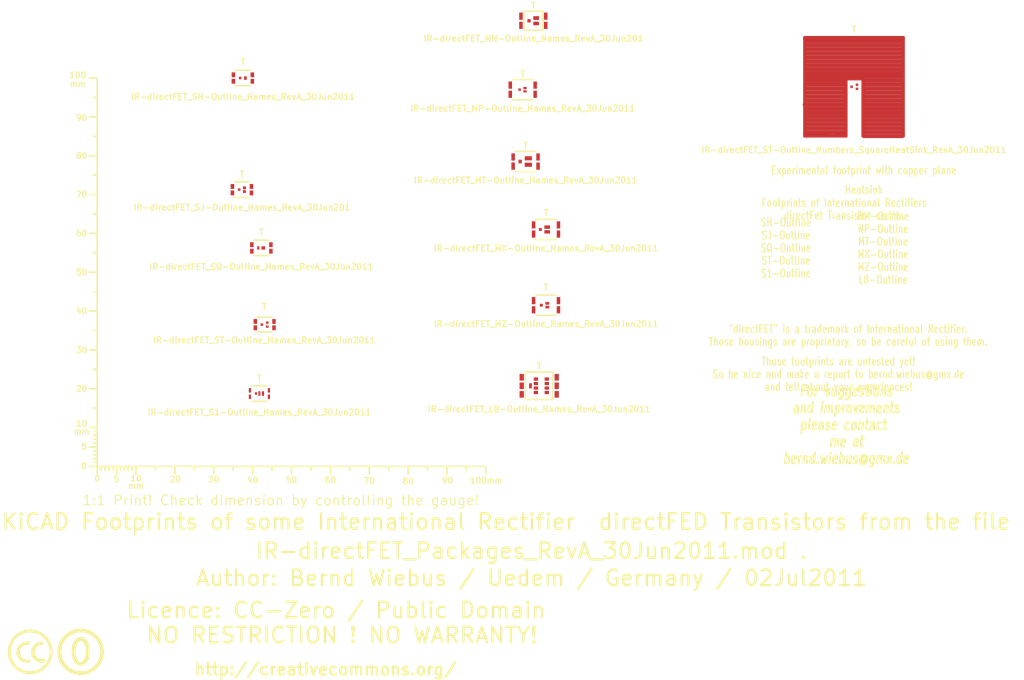
<source format=kicad_pcb>
(kicad_pcb (version 3) (host pcbnew "(2013-03-30 BZR 4007)-stable")

  (general
    (links 0)
    (no_connects 0)
    (area -12.40696 21.41238 289.553066 198.1694)
    (thickness 1.6002)
    (drawings 14)
    (tracks 0)
    (zones 0)
    (modules 15)
    (nets 1)
  )

  (page A4)
  (layers
    (15 Vorderseite signal)
    (0 Rückseite signal)
    (16 B.Adhes user)
    (17 F.Adhes user)
    (18 B.Paste user)
    (19 F.Paste user)
    (20 B.SilkS user)
    (21 F.SilkS user)
    (22 B.Mask user)
    (23 F.Mask user)
    (24 Dwgs.User user)
    (25 Cmts.User user)
    (26 Eco1.User user)
    (27 Eco2.User user)
    (28 Edge.Cuts user)
  )

  (setup
    (last_trace_width 0.2032)
    (trace_clearance 0.254)
    (zone_clearance 0.508)
    (zone_45_only no)
    (trace_min 0.2032)
    (segment_width 0.381)
    (edge_width 0.381)
    (via_size 0.889)
    (via_drill 0.635)
    (via_min_size 0.889)
    (via_min_drill 0.508)
    (uvia_size 0.508)
    (uvia_drill 0.127)
    (uvias_allowed no)
    (uvia_min_size 0.508)
    (uvia_min_drill 0.127)
    (pcb_text_width 0.3048)
    (pcb_text_size 1.524 2.032)
    (mod_edge_width 0.381)
    (mod_text_size 1.524 1.524)
    (mod_text_width 0.3048)
    (pad_size 1.524 1.524)
    (pad_drill 0.8128)
    (pad_to_mask_clearance 0.254)
    (aux_axis_origin 0 0)
    (visible_elements 7FFFFFFF)
    (pcbplotparams
      (layerselection 3178497)
      (usegerberextensions true)
      (excludeedgelayer true)
      (linewidth 60)
      (plotframeref false)
      (viasonmask false)
      (mode 1)
      (useauxorigin false)
      (hpglpennumber 1)
      (hpglpenspeed 20)
      (hpglpendiameter 15)
      (hpglpenoverlay 0)
      (psnegative false)
      (psa4output false)
      (plotreference true)
      (plotvalue true)
      (plotothertext true)
      (plotinvisibletext false)
      (padsonsilk false)
      (subtractmaskfromsilk false)
      (outputformat 1)
      (mirror false)
      (drillshape 1)
      (scaleselection 1)
      (outputdirectory ""))
  )

  (net 0 "")

  (net_class Default "Dies ist die voreingestellte Netzklasse."
    (clearance 0.254)
    (trace_width 0.2032)
    (via_dia 0.889)
    (via_drill 0.635)
    (uvia_dia 0.508)
    (uvia_drill 0.127)
    (add_net "")
  )

  (module Gauge_100mm_Type2_SilkScreenTop_RevA_Date22Jun2010 (layer Vorderseite) (tedit 4D963937) (tstamp 4D88F07A)
    (at 42.75074 141.2494)
    (descr "Gauge, Massstab, 100mm, SilkScreenTop, Type 2,")
    (tags "Gauge, Massstab, 100mm, SilkScreenTop, Type 2,")
    (path Gauge_100mm_Type2_SilkScreenTop_RevA_Date22Jun2010)
    (fp_text reference MSC (at 4.0005 8.99922) (layer F.SilkS) hide
      (effects (font (size 1.524 1.524) (thickness 0.3048)))
    )
    (fp_text value Gauge_100mm_Type2_SilkScreenTop_RevA_Date22Jun2010 (at 45.9994 8.99922) (layer F.SilkS) hide
      (effects (font (size 1.524 1.524) (thickness 0.3048)))
    )
    (fp_text user mm (at 9.99998 5.00126) (layer F.SilkS)
      (effects (font (size 1.524 1.524) (thickness 0.3048)))
    )
    (fp_text user mm (at -4.0005 -8.99922) (layer F.SilkS)
      (effects (font (size 1.524 1.524) (thickness 0.3048)))
    )
    (fp_text user mm (at -5.00126 -98.5012) (layer F.SilkS)
      (effects (font (size 1.524 1.524) (thickness 0.3048)))
    )
    (fp_text user 10 (at 10.00506 3.0988) (layer F.SilkS)
      (effects (font (size 1.50114 1.50114) (thickness 0.29972)))
    )
    (fp_text user 0 (at 0.00508 3.19786) (layer F.SilkS)
      (effects (font (size 1.39954 1.50114) (thickness 0.29972)))
    )
    (fp_text user 5 (at 5.0038 3.29946) (layer F.SilkS)
      (effects (font (size 1.50114 1.50114) (thickness 0.29972)))
    )
    (fp_text user 20 (at 20.1041 3.29946) (layer F.SilkS)
      (effects (font (size 1.50114 1.50114) (thickness 0.29972)))
    )
    (fp_text user 30 (at 30.00502 3.39852) (layer F.SilkS)
      (effects (font (size 1.50114 1.50114) (thickness 0.29972)))
    )
    (fp_text user 40 (at 40.005 3.50012) (layer F.SilkS)
      (effects (font (size 1.50114 1.50114) (thickness 0.29972)))
    )
    (fp_text user 50 (at 50.00498 3.50012) (layer F.SilkS)
      (effects (font (size 1.50114 1.50114) (thickness 0.29972)))
    )
    (fp_text user 60 (at 60.00496 3.50012) (layer F.SilkS)
      (effects (font (size 1.50114 1.50114) (thickness 0.29972)))
    )
    (fp_text user 70 (at 70.00494 3.70078) (layer F.SilkS)
      (effects (font (size 1.50114 1.50114) (thickness 0.29972)))
    )
    (fp_text user 80 (at 80.00492 3.79984) (layer F.SilkS)
      (effects (font (size 1.50114 1.50114) (thickness 0.29972)))
    )
    (fp_text user 90 (at 90.1065 3.60172) (layer F.SilkS)
      (effects (font (size 1.50114 1.50114) (thickness 0.29972)))
    )
    (fp_text user 100mm (at 100.10648 3.60172) (layer F.SilkS)
      (effects (font (size 1.50114 1.50114) (thickness 0.29972)))
    )
    (fp_line (start 0 -8.99922) (end -1.00076 -8.99922) (layer F.SilkS) (width 0.381))
    (fp_line (start 0 -8.001) (end -1.00076 -8.001) (layer F.SilkS) (width 0.381))
    (fp_line (start 0 -7.00024) (end -1.00076 -7.00024) (layer F.SilkS) (width 0.381))
    (fp_line (start 0 -5.99948) (end -1.00076 -5.99948) (layer F.SilkS) (width 0.381))
    (fp_line (start 0 -4.0005) (end -1.00076 -4.0005) (layer F.SilkS) (width 0.381))
    (fp_line (start 0 -2.99974) (end -1.00076 -2.99974) (layer F.SilkS) (width 0.381))
    (fp_line (start 0 -1.99898) (end -1.00076 -1.99898) (layer F.SilkS) (width 0.381))
    (fp_line (start 0 -1.00076) (end -1.00076 -1.00076) (layer F.SilkS) (width 0.381))
    (fp_line (start 0 0) (end -1.99898 0) (layer F.SilkS) (width 0.381))
    (fp_line (start 0 -5.00126) (end -1.99898 -5.00126) (layer F.SilkS) (width 0.381))
    (fp_line (start 0 -9.99998) (end -1.99898 -9.99998) (layer F.SilkS) (width 0.381))
    (fp_line (start 0 -15.00124) (end -1.00076 -15.00124) (layer F.SilkS) (width 0.381))
    (fp_line (start 0 -19.99996) (end -1.99898 -19.99996) (layer F.SilkS) (width 0.381))
    (fp_line (start 0 -25.00122) (end -1.00076 -25.00122) (layer F.SilkS) (width 0.381))
    (fp_line (start 0 -29.99994) (end -1.99898 -29.99994) (layer F.SilkS) (width 0.381))
    (fp_line (start 0 -35.0012) (end -1.00076 -35.0012) (layer F.SilkS) (width 0.381))
    (fp_line (start 0 -39.99992) (end -1.99898 -39.99992) (layer F.SilkS) (width 0.381))
    (fp_line (start 0 -45.00118) (end -1.00076 -45.00118) (layer F.SilkS) (width 0.381))
    (fp_line (start 0 -49.9999) (end -1.99898 -49.9999) (layer F.SilkS) (width 0.381))
    (fp_line (start 0 -55.00116) (end -1.00076 -55.00116) (layer F.SilkS) (width 0.381))
    (fp_line (start 0 -59.99988) (end -1.99898 -59.99988) (layer F.SilkS) (width 0.381))
    (fp_line (start 0 -65.00114) (end -1.00076 -65.00114) (layer F.SilkS) (width 0.381))
    (fp_line (start 0 -69.99986) (end -1.99898 -69.99986) (layer F.SilkS) (width 0.381))
    (fp_line (start 0 -75.00112) (end -1.00076 -75.00112) (layer F.SilkS) (width 0.381))
    (fp_line (start 0 -79.99984) (end -1.99898 -79.99984) (layer F.SilkS) (width 0.381))
    (fp_line (start 0 -85.0011) (end -1.00076 -85.0011) (layer F.SilkS) (width 0.381))
    (fp_line (start 0 -89.99982) (end -1.99898 -89.99982) (layer F.SilkS) (width 0.381))
    (fp_line (start 0 -95.00108) (end -1.00076 -95.00108) (layer F.SilkS) (width 0.381))
    (fp_line (start 0 0) (end 0 -99.9998) (layer F.SilkS) (width 0.381))
    (fp_line (start 0 -99.9998) (end -1.99898 -99.9998) (layer F.SilkS) (width 0.381))
    (fp_text user 100 (at -4.99872 -100.7491) (layer F.SilkS)
      (effects (font (size 1.50114 1.50114) (thickness 0.29972)))
    )
    (fp_text user 90 (at -4.0005 -89.7509) (layer F.SilkS)
      (effects (font (size 1.50114 1.50114) (thickness 0.29972)))
    )
    (fp_text user 80 (at -4.0005 -79.99984) (layer F.SilkS)
      (effects (font (size 1.50114 1.50114) (thickness 0.29972)))
    )
    (fp_text user 70 (at -4.0005 -69.99986) (layer F.SilkS)
      (effects (font (size 1.50114 1.50114) (thickness 0.29972)))
    )
    (fp_text user 60 (at -4.0005 -59.99988) (layer F.SilkS)
      (effects (font (size 1.50114 1.50114) (thickness 0.29972)))
    )
    (fp_text user 50 (at -4.0005 -49.9999) (layer F.SilkS)
      (effects (font (size 1.50114 1.50114) (thickness 0.34036)))
    )
    (fp_text user 40 (at -4.0005 -39.99992) (layer F.SilkS)
      (effects (font (size 1.50114 1.50114) (thickness 0.29972)))
    )
    (fp_text user 30 (at -4.0005 -29.99994) (layer F.SilkS)
      (effects (font (size 1.50114 1.50114) (thickness 0.29972)))
    )
    (fp_text user 20 (at -4.0005 -19.99996) (layer F.SilkS)
      (effects (font (size 1.50114 1.50114) (thickness 0.29972)))
    )
    (fp_line (start 95.00108 0) (end 95.00108 1.00076) (layer F.SilkS) (width 0.381))
    (fp_line (start 89.99982 0) (end 89.99982 1.99898) (layer F.SilkS) (width 0.381))
    (fp_line (start 85.0011 0) (end 85.0011 1.00076) (layer F.SilkS) (width 0.381))
    (fp_line (start 79.99984 0) (end 79.99984 1.99898) (layer F.SilkS) (width 0.381))
    (fp_line (start 75.00112 0) (end 75.00112 1.00076) (layer F.SilkS) (width 0.381))
    (fp_line (start 69.99986 0) (end 69.99986 1.99898) (layer F.SilkS) (width 0.381))
    (fp_line (start 65.00114 0) (end 65.00114 1.00076) (layer F.SilkS) (width 0.381))
    (fp_line (start 59.99988 0) (end 59.99988 1.99898) (layer F.SilkS) (width 0.381))
    (fp_line (start 55.00116 0) (end 55.00116 1.00076) (layer F.SilkS) (width 0.381))
    (fp_line (start 49.9999 0) (end 49.9999 1.99898) (layer F.SilkS) (width 0.381))
    (fp_line (start 45.00118 0) (end 45.00118 1.00076) (layer F.SilkS) (width 0.381))
    (fp_line (start 39.99992 0) (end 39.99992 1.99898) (layer F.SilkS) (width 0.381))
    (fp_line (start 35.0012 0) (end 35.0012 1.00076) (layer F.SilkS) (width 0.381))
    (fp_line (start 29.99994 0) (end 29.99994 1.99898) (layer F.SilkS) (width 0.381))
    (fp_line (start 25.00122 0) (end 25.00122 1.00076) (layer F.SilkS) (width 0.381))
    (fp_line (start 19.99996 0) (end 19.99996 1.99898) (layer F.SilkS) (width 0.381))
    (fp_line (start 15.00124 0) (end 15.00124 1.00076) (layer F.SilkS) (width 0.381))
    (fp_line (start 9.99998 0) (end 99.9998 0) (layer F.SilkS) (width 0.381))
    (fp_line (start 99.9998 0) (end 99.9998 1.99898) (layer F.SilkS) (width 0.381))
    (fp_text user 5 (at -3.302 -5.10286) (layer F.SilkS)
      (effects (font (size 1.50114 1.50114) (thickness 0.29972)))
    )
    (fp_text user 0 (at -3.4036 -0.10414) (layer F.SilkS)
      (effects (font (size 1.50114 1.50114) (thickness 0.29972)))
    )
    (fp_text user 10 (at -4.0005 -11.00074) (layer F.SilkS)
      (effects (font (size 1.50114 1.50114) (thickness 0.29972)))
    )
    (fp_line (start 8.99922 0) (end 8.99922 1.00076) (layer F.SilkS) (width 0.381))
    (fp_line (start 8.001 0) (end 8.001 1.00076) (layer F.SilkS) (width 0.381))
    (fp_line (start 7.00024 0) (end 7.00024 1.00076) (layer F.SilkS) (width 0.381))
    (fp_line (start 5.99948 0) (end 5.99948 1.00076) (layer F.SilkS) (width 0.381))
    (fp_line (start 4.0005 0) (end 4.0005 1.00076) (layer F.SilkS) (width 0.381))
    (fp_line (start 2.99974 0) (end 2.99974 1.00076) (layer F.SilkS) (width 0.381))
    (fp_line (start 1.99898 0) (end 1.99898 1.00076) (layer F.SilkS) (width 0.381))
    (fp_line (start 1.00076 0) (end 1.00076 1.00076) (layer F.SilkS) (width 0.381))
    (fp_line (start 5.00126 0) (end 5.00126 1.99898) (layer F.SilkS) (width 0.381))
    (fp_line (start 0 0) (end 0 1.99898) (layer F.SilkS) (width 0.381))
    (fp_line (start 0 0) (end 9.99998 0) (layer F.SilkS) (width 0.381))
    (fp_line (start 9.99998 0) (end 9.99998 1.99898) (layer F.SilkS) (width 0.381))
  )

  (module Symbol_CC-PublicDomain_SilkScreenTop_Big (layer Vorderseite) (tedit 515D641F) (tstamp 515F0B64)
    (at 38.5 189)
    (descr "Symbol, CC-PublicDomain, SilkScreen Top, Big,")
    (tags "Symbol, CC-PublicDomain, SilkScreen Top, Big,")
    (path Symbol_CC-Noncommercial_CopperTop_Big)
    (fp_text reference Sym (at 0.59944 -7.29996) (layer F.SilkS) hide
      (effects (font (size 1.524 1.524) (thickness 0.3048)))
    )
    (fp_text value Symbol_CC-PublicDomain_SilkScreenTop_Big (at 0.59944 8.001) (layer F.SilkS) hide
      (effects (font (size 1.524 1.524) (thickness 0.3048)))
    )
    (fp_circle (center 0 0) (end 5.8 -0.05) (layer F.SilkS) (width 0.381))
    (fp_circle (center 0 0) (end 5.5 0) (layer F.SilkS) (width 0.381))
    (fp_circle (center 0.05 0) (end 5.25 0) (layer F.SilkS) (width 0.381))
    (fp_line (start 1.1 -2.5) (end 1.4 -1.9) (layer F.SilkS) (width 0.381))
    (fp_line (start -1.8 1.2) (end -1.6 1.9) (layer F.SilkS) (width 0.381))
    (fp_line (start -1.6 1.9) (end -1.2 2.5) (layer F.SilkS) (width 0.381))
    (fp_line (start 0 -3) (end 0.75 -2.75) (layer F.SilkS) (width 0.381))
    (fp_line (start 0.75 -2.75) (end 1 -2.25) (layer F.SilkS) (width 0.381))
    (fp_line (start 1 -2.25) (end 1.5 -1) (layer F.SilkS) (width 0.381))
    (fp_line (start 1.5 -1) (end 1.5 -0.5) (layer F.SilkS) (width 0.381))
    (fp_line (start 1.5 -0.5) (end 1.5 0.5) (layer F.SilkS) (width 0.381))
    (fp_line (start 1.5 0.5) (end 1.25 1.5) (layer F.SilkS) (width 0.381))
    (fp_line (start 1.25 1.5) (end 0.75 2.5) (layer F.SilkS) (width 0.381))
    (fp_line (start 0.75 2.5) (end 0.25 2.75) (layer F.SilkS) (width 0.381))
    (fp_line (start 0.25 2.75) (end -0.25 2.75) (layer F.SilkS) (width 0.381))
    (fp_line (start -0.25 2.75) (end -0.75 2.5) (layer F.SilkS) (width 0.381))
    (fp_line (start -0.75 2.5) (end -1.25 1.75) (layer F.SilkS) (width 0.381))
    (fp_line (start -1.25 1.75) (end -1.5 0.75) (layer F.SilkS) (width 0.381))
    (fp_line (start -1.5 0.75) (end -1.5 -0.75) (layer F.SilkS) (width 0.381))
    (fp_line (start -1.5 -0.75) (end -1.25 -1.75) (layer F.SilkS) (width 0.381))
    (fp_line (start -1.25 -1.75) (end -1 -2.5) (layer F.SilkS) (width 0.381))
    (fp_line (start -1 -2.5) (end -0.3 -2.9) (layer F.SilkS) (width 0.381))
    (fp_line (start -0.3 -2.9) (end 0.2 -3) (layer F.SilkS) (width 0.381))
    (fp_line (start 0.2 -3) (end 0.8 -3) (layer F.SilkS) (width 0.381))
    (fp_line (start 0.8 -3) (end 1.4 -2.3) (layer F.SilkS) (width 0.381))
    (fp_line (start 1.4 -2.3) (end 1.6 -1.4) (layer F.SilkS) (width 0.381))
    (fp_line (start 1.6 -1.4) (end 1.7 -0.3) (layer F.SilkS) (width 0.381))
    (fp_line (start 1.7 -0.3) (end 1.7 0.9) (layer F.SilkS) (width 0.381))
    (fp_line (start 1.7 0.9) (end 1.4 1.8) (layer F.SilkS) (width 0.381))
    (fp_line (start 1.4 1.8) (end 1 2.7) (layer F.SilkS) (width 0.381))
    (fp_line (start 1 2.7) (end 0.5 3) (layer F.SilkS) (width 0.381))
    (fp_line (start 0.5 3) (end -0.4 3) (layer F.SilkS) (width 0.381))
    (fp_line (start -0.4 3) (end -1.3 2.3) (layer F.SilkS) (width 0.381))
    (fp_line (start -1.3 2.3) (end -1.7 1) (layer F.SilkS) (width 0.381))
    (fp_line (start -1.7 1) (end -1.8 -0.7) (layer F.SilkS) (width 0.381))
    (fp_line (start -1.8 -0.7) (end -1.4 -2.2) (layer F.SilkS) (width 0.381))
    (fp_line (start -1.4 -2.2) (end -1 -2.9) (layer F.SilkS) (width 0.381))
    (fp_line (start -1 -2.9) (end -0.2 -3.3) (layer F.SilkS) (width 0.381))
    (fp_line (start -0.2 -3.3) (end 0.7 -3.2) (layer F.SilkS) (width 0.381))
    (fp_line (start 0.7 -3.2) (end 1.3 -3.1) (layer F.SilkS) (width 0.381))
    (fp_line (start 1.3 -3.1) (end 1.7 -2.4) (layer F.SilkS) (width 0.381))
    (fp_line (start 1.7 -2.4) (end 2 -1.6) (layer F.SilkS) (width 0.381))
    (fp_line (start 2 -1.6) (end 2.1 -0.6) (layer F.SilkS) (width 0.381))
    (fp_line (start 2.1 -0.6) (end 2.1 0.3) (layer F.SilkS) (width 0.381))
    (fp_line (start 2.1 0.3) (end 2.1 1.3) (layer F.SilkS) (width 0.381))
    (fp_line (start 2.1 1.3) (end 1.9 1.8) (layer F.SilkS) (width 0.381))
    (fp_line (start 1.9 1.8) (end 1.5 2.6) (layer F.SilkS) (width 0.381))
    (fp_line (start 1.5 2.6) (end 1.1 3) (layer F.SilkS) (width 0.381))
    (fp_line (start 1.1 3) (end 0.4 3.3) (layer F.SilkS) (width 0.381))
    (fp_line (start 0.4 3.3) (end -0.1 3.4) (layer F.SilkS) (width 0.381))
    (fp_line (start -0.1 3.4) (end -0.8 3.2) (layer F.SilkS) (width 0.381))
    (fp_line (start -0.8 3.2) (end -1.5 2.6) (layer F.SilkS) (width 0.381))
    (fp_line (start -1.5 2.6) (end -1.9 1.7) (layer F.SilkS) (width 0.381))
    (fp_line (start -1.9 1.7) (end -2.1 0.4) (layer F.SilkS) (width 0.381))
    (fp_line (start -2.1 0.4) (end -2.1 -0.6) (layer F.SilkS) (width 0.381))
    (fp_line (start -2.1 -0.6) (end -2 -1.6) (layer F.SilkS) (width 0.381))
    (fp_line (start -2 -1.6) (end -1.7 -2.4) (layer F.SilkS) (width 0.381))
    (fp_line (start -1.7 -2.4) (end -1.2 -3.1) (layer F.SilkS) (width 0.381))
    (fp_line (start -1.2 -3.1) (end -0.4 -3.6) (layer F.SilkS) (width 0.381))
    (fp_line (start -0.4 -3.6) (end 0.4 -3.6) (layer F.SilkS) (width 0.381))
    (fp_line (start 0.4 -3.6) (end 1.1 -3.2) (layer F.SilkS) (width 0.381))
    (fp_line (start 1.1 -3.2) (end 1.1 -2.9) (layer F.SilkS) (width 0.381))
    (fp_line (start 1.1 -2.9) (end 1.8 -1.5) (layer F.SilkS) (width 0.381))
    (fp_line (start 1.8 -1.5) (end 1.8 -0.4) (layer F.SilkS) (width 0.381))
    (fp_line (start 1.8 -0.4) (end 1.8 1.1) (layer F.SilkS) (width 0.381))
    (fp_line (start 1.8 1.1) (end 1.2 2.6) (layer F.SilkS) (width 0.381))
    (fp_line (start 1.2 2.6) (end 0.2 3.2) (layer F.SilkS) (width 0.381))
    (fp_line (start 0.2 3.2) (end -0.5 3.2) (layer F.SilkS) (width 0.381))
    (fp_line (start -0.5 3.2) (end -1.1 2.7) (layer F.SilkS) (width 0.381))
    (fp_line (start -1.1 2.7) (end -1.9 0.6) (layer F.SilkS) (width 0.381))
    (fp_line (start -1.9 0.6) (end -1.7 -1.9) (layer F.SilkS) (width 0.381))
  )

  (module Symbol_CreativeCommons_SilkScreenTop_Type2_Big (layer Vorderseite) (tedit 515D640C) (tstamp 515D6AF0)
    (at 25.5 189)
    (descr "Symbol, Creative Commons, SilkScreen Top, Type 2, Big,")
    (tags "Symbol, Creative Commons, SilkScreen Top, Type 2, Big,")
    (path Symbol_CreativeCommons_CopperTop_Type2_Big)
    (fp_text reference Sym (at 0.59944 -7.29996) (layer F.SilkS) hide
      (effects (font (size 1.524 1.524) (thickness 0.3048)))
    )
    (fp_text value Symbol_CreativeCommons_Typ2_SilkScreenTop_Big (at 0.59944 8.001) (layer F.SilkS) hide
      (effects (font (size 1.524 1.524) (thickness 0.3048)))
    )
    (fp_line (start -0.70104 2.70002) (end -0.29972 2.60096) (layer F.SilkS) (width 0.381))
    (fp_line (start -0.29972 2.60096) (end -0.20066 2.10058) (layer F.SilkS) (width 0.381))
    (fp_line (start -2.49936 -1.69926) (end -2.70002 -1.6002) (layer F.SilkS) (width 0.381))
    (fp_line (start -2.70002 -1.6002) (end -3.0988 -1.00076) (layer F.SilkS) (width 0.381))
    (fp_line (start -3.0988 -1.00076) (end -3.29946 -0.50038) (layer F.SilkS) (width 0.381))
    (fp_line (start -3.29946 -0.50038) (end -3.40106 0.39878) (layer F.SilkS) (width 0.381))
    (fp_line (start -3.40106 0.39878) (end -3.29946 0.89916) (layer F.SilkS) (width 0.381))
    (fp_line (start -0.19812 2.4003) (end -0.29718 2.59842) (layer F.SilkS) (width 0.381))
    (fp_line (start 3.70078 2.10058) (end 3.79984 2.4003) (layer F.SilkS) (width 0.381))
    (fp_line (start 2.99974 -2.4003) (end 3.29946 -2.30124) (layer F.SilkS) (width 0.381))
    (fp_line (start 3.29946 -2.30124) (end 3.0988 -1.99898) (layer F.SilkS) (width 0.381))
    (fp_line (start 0 -5.40004) (end -0.50038 -5.40004) (layer F.SilkS) (width 0.381))
    (fp_line (start -0.50038 -5.40004) (end -1.30048 -5.10032) (layer F.SilkS) (width 0.381))
    (fp_line (start -1.30048 -5.10032) (end -1.99898 -4.89966) (layer F.SilkS) (width 0.381))
    (fp_line (start -1.99898 -4.89966) (end -2.70002 -4.699) (layer F.SilkS) (width 0.381))
    (fp_line (start -2.70002 -4.699) (end -3.29946 -4.20116) (layer F.SilkS) (width 0.381))
    (fp_line (start -3.29946 -4.20116) (end -4.0005 -3.59918) (layer F.SilkS) (width 0.381))
    (fp_line (start -4.0005 -3.59918) (end -4.50088 -2.99974) (layer F.SilkS) (width 0.381))
    (fp_line (start -4.50088 -2.99974) (end -5.00126 -2.10058) (layer F.SilkS) (width 0.381))
    (fp_line (start -5.00126 -2.10058) (end -5.30098 -1.09982) (layer F.SilkS) (width 0.381))
    (fp_line (start -5.30098 -1.09982) (end -5.40004 0.09906) (layer F.SilkS) (width 0.381))
    (fp_line (start -5.40004 0.09906) (end -5.19938 1.30048) (layer F.SilkS) (width 0.381))
    (fp_line (start -5.19938 1.30048) (end -4.8006 2.4003) (layer F.SilkS) (width 0.381))
    (fp_line (start -4.8006 2.4003) (end -3.79984 3.8989) (layer F.SilkS) (width 0.381))
    (fp_line (start -3.79984 3.8989) (end -2.60096 4.8006) (layer F.SilkS) (width 0.381))
    (fp_line (start -2.60096 4.8006) (end -1.30048 5.30098) (layer F.SilkS) (width 0.381))
    (fp_line (start -1.30048 5.30098) (end 0.09906 5.30098) (layer F.SilkS) (width 0.381))
    (fp_line (start 0.09906 5.30098) (end 1.6002 5.19938) (layer F.SilkS) (width 0.381))
    (fp_line (start 1.6002 5.19938) (end 2.60096 4.699) (layer F.SilkS) (width 0.381))
    (fp_line (start 2.60096 4.699) (end 4.20116 3.40106) (layer F.SilkS) (width 0.381))
    (fp_line (start 4.20116 3.40106) (end 5.00126 1.80086) (layer F.SilkS) (width 0.381))
    (fp_line (start 5.00126 1.80086) (end 5.40004 0.29972) (layer F.SilkS) (width 0.381))
    (fp_line (start 5.40004 0.29972) (end 5.19938 -1.39954) (layer F.SilkS) (width 0.381))
    (fp_line (start 5.19938 -1.39954) (end 4.699 -2.49936) (layer F.SilkS) (width 0.381))
    (fp_line (start 4.699 -2.49936) (end 3.40106 -4.09956) (layer F.SilkS) (width 0.381))
    (fp_line (start 3.40106 -4.09956) (end 2.4003 -4.8006) (layer F.SilkS) (width 0.381))
    (fp_line (start 2.4003 -4.8006) (end 1.39954 -5.19938) (layer F.SilkS) (width 0.381))
    (fp_line (start 1.39954 -5.19938) (end 0 -5.30098) (layer F.SilkS) (width 0.381))
    (fp_line (start 0.60198 -0.70104) (end 0.50292 -0.20066) (layer F.SilkS) (width 0.381))
    (fp_line (start 0.50292 -0.20066) (end 0.50292 0.49784) (layer F.SilkS) (width 0.381))
    (fp_line (start 0.50292 0.49784) (end 0.60198 1.09982) (layer F.SilkS) (width 0.381))
    (fp_line (start 0.60198 1.09982) (end 1.00076 1.69926) (layer F.SilkS) (width 0.381))
    (fp_line (start 1.00076 1.69926) (end 1.50114 2.19964) (layer F.SilkS) (width 0.381))
    (fp_line (start 1.50114 2.19964) (end 2.10058 2.49936) (layer F.SilkS) (width 0.381))
    (fp_line (start 2.10058 2.49936) (end 2.60096 2.59842) (layer F.SilkS) (width 0.381))
    (fp_line (start 2.60096 2.59842) (end 3.00228 2.59842) (layer F.SilkS) (width 0.381))
    (fp_line (start 3.00228 2.59842) (end 3.40106 2.59842) (layer F.SilkS) (width 0.381))
    (fp_line (start 3.40106 2.59842) (end 3.80238 2.49936) (layer F.SilkS) (width 0.381))
    (fp_line (start 3.80238 2.49936) (end 3.70078 2.2987) (layer F.SilkS) (width 0.381))
    (fp_line (start 3.70078 2.2987) (end 2.80162 2.4003) (layer F.SilkS) (width 0.381))
    (fp_line (start 2.80162 2.4003) (end 1.80086 2.09804) (layer F.SilkS) (width 0.381))
    (fp_line (start 1.80086 2.09804) (end 1.20142 1.6002) (layer F.SilkS) (width 0.381))
    (fp_line (start 1.20142 1.6002) (end 0.80264 0.6985) (layer F.SilkS) (width 0.381))
    (fp_line (start 0.80264 0.6985) (end 0.70104 -0.29972) (layer F.SilkS) (width 0.381))
    (fp_line (start 0.70104 -0.29972) (end 1.00076 -1.00076) (layer F.SilkS) (width 0.381))
    (fp_line (start 1.00076 -1.00076) (end 1.60274 -1.7018) (layer F.SilkS) (width 0.381))
    (fp_line (start 1.60274 -1.7018) (end 2.30124 -2.10058) (layer F.SilkS) (width 0.381))
    (fp_line (start 2.30124 -2.10058) (end 3.00228 -2.10058) (layer F.SilkS) (width 0.381))
    (fp_line (start 3.00228 -2.10058) (end 3.10134 -1.89992) (layer F.SilkS) (width 0.381))
    (fp_line (start 3.10134 -1.89992) (end 2.5019 -1.89992) (layer F.SilkS) (width 0.381))
    (fp_line (start 2.5019 -1.89992) (end 1.80086 -1.6002) (layer F.SilkS) (width 0.381))
    (fp_line (start 1.80086 -1.6002) (end 1.30048 -1.00076) (layer F.SilkS) (width 0.381))
    (fp_line (start 1.30048 -1.00076) (end 1.00076 -0.40132) (layer F.SilkS) (width 0.381))
    (fp_line (start 1.00076 -0.40132) (end 1.00076 0.09906) (layer F.SilkS) (width 0.381))
    (fp_line (start 1.00076 0.09906) (end 1.00076 0.6985) (layer F.SilkS) (width 0.381))
    (fp_line (start 1.00076 0.6985) (end 1.30048 1.19888) (layer F.SilkS) (width 0.381))
    (fp_line (start 1.30048 1.19888) (end 1.7018 1.69926) (layer F.SilkS) (width 0.381))
    (fp_line (start 1.7018 1.69926) (end 2.30124 1.99898) (layer F.SilkS) (width 0.381))
    (fp_line (start 2.30124 1.99898) (end 2.90068 2.09804) (layer F.SilkS) (width 0.381))
    (fp_line (start 2.90068 2.09804) (end 3.40106 2.09804) (layer F.SilkS) (width 0.381))
    (fp_line (start 3.40106 2.09804) (end 3.70078 1.99898) (layer F.SilkS) (width 0.381))
    (fp_line (start 3.00228 -2.4003) (end 2.40284 -2.4003) (layer F.SilkS) (width 0.381))
    (fp_line (start 2.40284 -2.4003) (end 2.00152 -2.20218) (layer F.SilkS) (width 0.381))
    (fp_line (start 2.00152 -2.20218) (end 1.50114 -2.00152) (layer F.SilkS) (width 0.381))
    (fp_line (start 1.50114 -2.00152) (end 1.10236 -1.6002) (layer F.SilkS) (width 0.381))
    (fp_line (start 1.10236 -1.6002) (end 0.80264 -1.09982) (layer F.SilkS) (width 0.381))
    (fp_line (start 0.80264 -1.09982) (end 0.60198 -0.70104) (layer F.SilkS) (width 0.381))
    (fp_line (start -0.39878 -1.99898) (end -0.89916 -1.99898) (layer F.SilkS) (width 0.381))
    (fp_line (start -0.89916 -1.99898) (end -1.39954 -1.89738) (layer F.SilkS) (width 0.381))
    (fp_line (start -1.39954 -1.89738) (end -1.89992 -1.59766) (layer F.SilkS) (width 0.381))
    (fp_line (start -1.89992 -1.59766) (end -2.4003 -1.19888) (layer F.SilkS) (width 0.381))
    (fp_line (start -2.4003 -1.30048) (end -2.70002 -0.8001) (layer F.SilkS) (width 0.381))
    (fp_line (start -2.70002 -0.8001) (end -2.79908 -0.29972) (layer F.SilkS) (width 0.381))
    (fp_line (start -2.79908 -0.29972) (end -2.79908 0.20066) (layer F.SilkS) (width 0.381))
    (fp_line (start -2.79908 0.20066) (end -2.59842 1.00076) (layer F.SilkS) (width 0.381))
    (fp_line (start -2.69748 1.00076) (end -2.39776 1.39954) (layer F.SilkS) (width 0.381))
    (fp_line (start -2.29616 1.4986) (end -1.79578 1.89992) (layer F.SilkS) (width 0.381))
    (fp_line (start -1.79578 1.89992) (end -1.29794 2.09804) (layer F.SilkS) (width 0.381))
    (fp_line (start -1.29794 2.09804) (end -0.89662 2.19964) (layer F.SilkS) (width 0.381))
    (fp_line (start -0.89662 2.19964) (end -0.49784 2.19964) (layer F.SilkS) (width 0.381))
    (fp_line (start -0.49784 2.19964) (end -0.19812 2.09804) (layer F.SilkS) (width 0.381))
    (fp_line (start -0.19812 2.09804) (end -0.29718 2.4003) (layer F.SilkS) (width 0.381))
    (fp_line (start -0.29718 2.4003) (end -0.89662 2.49936) (layer F.SilkS) (width 0.381))
    (fp_line (start -0.89662 2.49936) (end -1.59766 2.2987) (layer F.SilkS) (width 0.381))
    (fp_line (start -1.59766 2.2987) (end -2.29616 1.79832) (layer F.SilkS) (width 0.381))
    (fp_line (start -2.29616 1.79832) (end -2.79654 1.29794) (layer F.SilkS) (width 0.381))
    (fp_line (start -2.79908 1.39954) (end -2.99974 0.70104) (layer F.SilkS) (width 0.381))
    (fp_line (start -2.99974 0.70104) (end -3.0988 0) (layer F.SilkS) (width 0.381))
    (fp_line (start -3.0988 0) (end -2.99974 -0.59944) (layer F.SilkS) (width 0.381))
    (fp_line (start -2.99974 -0.8001) (end -2.70002 -1.30048) (layer F.SilkS) (width 0.381))
    (fp_line (start -2.70002 -1.09982) (end -2.19964 -1.6002) (layer F.SilkS) (width 0.381))
    (fp_line (start -2.19964 -1.69926) (end -1.69926 -1.99898) (layer F.SilkS) (width 0.381))
    (fp_line (start -1.69926 -1.99898) (end -1.19888 -2.19964) (layer F.SilkS) (width 0.381))
    (fp_line (start -1.19888 -2.19964) (end -0.6985 -2.19964) (layer F.SilkS) (width 0.381))
    (fp_line (start -0.6985 -2.19964) (end -0.29972 -2.19964) (layer F.SilkS) (width 0.381))
    (fp_line (start -0.29972 -2.19964) (end -0.20066 -2.39776) (layer F.SilkS) (width 0.381))
    (fp_line (start -0.20066 -2.39776) (end -0.59944 -2.49936) (layer F.SilkS) (width 0.381))
    (fp_line (start -0.59944 -2.49936) (end -1.00076 -2.49936) (layer F.SilkS) (width 0.381))
    (fp_line (start -1.00076 -2.49936) (end -1.4986 -2.39776) (layer F.SilkS) (width 0.381))
    (fp_line (start -1.4986 -2.39776) (end -2.10058 -2.09804) (layer F.SilkS) (width 0.381))
    (fp_line (start -2.10058 -2.09804) (end -2.59842 -1.69926) (layer F.SilkS) (width 0.381))
    (fp_line (start -2.59842 -1.6002) (end -3.0988 -0.89916) (layer F.SilkS) (width 0.381))
    (fp_line (start -3.0988 -0.89916) (end -3.29946 -0.29972) (layer F.SilkS) (width 0.381))
    (fp_line (start -3.29946 -0.29972) (end -3.29946 0.40132) (layer F.SilkS) (width 0.381))
    (fp_line (start -3.29946 0.40132) (end -3.2004 1.00076) (layer F.SilkS) (width 0.381))
    (fp_line (start -3.29946 0.8001) (end -2.99974 1.39954) (layer F.SilkS) (width 0.381))
    (fp_line (start -2.89814 1.4986) (end -2.49682 1.99898) (layer F.SilkS) (width 0.381))
    (fp_line (start -2.49682 1.99898) (end -1.89738 2.4003) (layer F.SilkS) (width 0.381))
    (fp_line (start -1.89738 2.4003) (end -1.19634 2.59842) (layer F.SilkS) (width 0.381))
    (fp_line (start -1.19634 2.59842) (end -0.69596 2.70002) (layer F.SilkS) (width 0.381))
    (fp_line (start -2.9972 1.19888) (end -2.59842 1.19888) (layer F.SilkS) (width 0.381))
    (fp_circle (center 0 0) (end 5.08 1.016) (layer F.SilkS) (width 0.381))
    (fp_circle (center 0 0) (end 5.588 0) (layer F.SilkS) (width 0.381))
  )

  (module IR-directFET_SH-Outline_Names_RevA_30Jun2011 (layer Vorderseite) (tedit 52474052) (tstamp 524741C4)
    (at 80.25 41.25)
    (descr "IR-directFET, SH-Outline, Pads with Names,")
    (tags "IR-directFET, SH-Outline, Pads with Names,")
    (fp_text reference T (at 0 -4.064) (layer F.SilkS)
      (effects (font (size 1.524 1.524) (thickness 0.3048)))
    )
    (fp_text value IR-directFET_SH-Outline_Names_RevA_30Jun2011 (at 0 4.826) (layer F.SilkS)
      (effects (font (size 1.524 1.524) (thickness 0.3048)))
    )
    (fp_line (start 1.99898 1.99898) (end -1.99898 1.99898) (layer F.SilkS) (width 0.381))
    (fp_line (start -1.99898 -1.99898) (end 1.99898 -1.99898) (layer F.SilkS) (width 0.381))
    (pad G smd rect (at -0.70104 -0.01016) (size 0.65024 0.65024)
      (layers Vorderseite F.Paste F.Mask)
    )
    (pad S smd rect (at 0.64008 0) (size 0.70104 0.89916)
      (layers Vorderseite F.Paste F.Mask)
    )
    (pad D smd rect (at -2.44094 -0.83058) (size 0.89916 1.24968)
      (layers Vorderseite F.Paste F.Mask)
    )
    (pad D smd rect (at -2.4511 0.83058) (size 0.89916 1.24968)
      (layers Vorderseite F.Paste F.Mask)
    )
    (pad D smd rect (at 2.42824 -0.83058) (size 0.89916 1.24968)
      (layers Vorderseite F.Paste F.Mask)
    )
    (pad D smd rect (at 2.42824 0.83058) (size 0.89916 1.24968)
      (layers Vorderseite F.Paste F.Mask)
    )
    (model IR-directFET_Packages_Wings3d_RevB_28Sep2013/IR-directFET_SH-Outline_Faktor03937_RevA_28Sep2013.wrl
      (at (xyz 0 0 0))
      (scale (xyz 0.3937 0.3937 0.3937))
      (rotate (xyz 0 0 0))
    )
  )

  (module IR-directFET_SQ-Outline_Names_RevA_30Jun2011 (layer Vorderseite) (tedit 52474945) (tstamp 52474BD7)
    (at 85 85)
    (descr "IR-directFET, SQ-Outline, Pads with Names,")
    (tags "IR-directFET, SQ-Outline, Pads with Names,")
    (fp_text reference T (at 0 -4.0005) (layer F.SilkS)
      (effects (font (size 1.524 1.524) (thickness 0.3048)))
    )
    (fp_text value IR-directFET_SQ-Outline_Names_RevA_30Jun2011 (at 0 4.826) (layer F.SilkS)
      (effects (font (size 1.524 1.524) (thickness 0.3048)))
    )
    (fp_line (start 1.99898 1.99898) (end -1.99898 1.99898) (layer F.SilkS) (width 0.381))
    (fp_line (start -1.99898 -1.99898) (end 1.99898 -1.99898) (layer F.SilkS) (width 0.381))
    (pad G smd rect (at -0.8001 0) (size 0.55118 0.8509)
      (layers Vorderseite F.Paste F.Mask)
    )
    (pad S smd rect (at 0.50038 0) (size 0.94996 0.8509)
      (layers Vorderseite F.Paste F.Mask)
    )
    (pad D smd rect (at -2.4511 -0.83058) (size 0.89916 1.24968)
      (layers Vorderseite F.Paste F.Mask)
    )
    (pad D smd rect (at -2.4511 0.83058) (size 0.89916 1.24968)
      (layers Vorderseite F.Paste F.Mask)
    )
    (pad D smd rect (at 2.4511 -0.83058) (size 0.89916 1.24968)
      (layers Vorderseite F.Paste F.Mask)
    )
    (pad D smd rect (at 2.4511 0.83058) (size 0.89916 1.24968)
      (layers Vorderseite F.Paste F.Mask)
    )
    (model IR-directFET_Packages_Wings3d_RevB_28Sep2013/IR-directFET_SQ-Outline_Faktor03937_RevA_28Sep2013.wrl
      (at (xyz 0 0 0))
      (scale (xyz 0.3937 0.3937 0.3937))
      (rotate (xyz 0 0 0))
    )
  )

  (module IR-directFET_SJ-Outline_Names_RevA_30Jun2011 (layer Vorderseite) (tedit 524755BE) (tstamp 52475B88)
    (at 80 70)
    (descr "IR-directFET, SJ-Outline, Pads with Names,")
    (tags "IR-directFET, SJ-Outline, Pads with Names,")
    (fp_text reference T (at 0.01016 -3.91922) (layer F.SilkS)
      (effects (font (size 1.524 1.524) (thickness 0.3048)))
    )
    (fp_text value IR-directFET_SJ-Outline_Names_RevA_30Jun201 (at 0 4.572) (layer F.SilkS)
      (effects (font (size 1.524 1.524) (thickness 0.3048)))
    )
    (fp_line (start 1.99898 1.99898) (end -1.99898 1.99898) (layer F.SilkS) (width 0.381))
    (fp_line (start -1.99898 -1.99898) (end 1.99898 -1.99898) (layer F.SilkS) (width 0.381))
    (fp_line (start 1.99898 -1.99898) (end 2.00914 -1.99898) (layer F.SilkS) (width 0.381))
    (pad G smd rect (at -0.7112 -0.01016) (size 0.65024 0.65024)
      (layers Vorderseite F.Paste F.Mask)
    )
    (pad S smd rect (at 0.6477 -0.48006) (size 0.7493 0.7493)
      (layers Vorderseite F.Paste F.Mask)
    )
    (pad S smd rect (at 0.6477 0.48006) (size 0.7493 0.7493)
      (layers Vorderseite F.Paste F.Mask)
    )
    (pad D smd rect (at -2.4511 -0.83058) (size 0.89916 1.24968)
      (layers Vorderseite F.Paste F.Mask)
    )
    (pad D smd rect (at -2.4511 0.83058) (size 0.89916 1.24968)
      (layers Vorderseite F.Paste F.Mask)
    )
    (pad D smd rect (at 2.44856 -0.83058) (size 0.89916 1.24968)
      (layers Vorderseite F.Paste F.Mask)
    )
    (pad D smd rect (at 2.44856 0.83058) (size 0.89916 1.24968)
      (layers Vorderseite F.Paste F.Mask)
    )
    (model IR-directFET_Packages_Wings3d_RevB_28Sep2013/IR-directFET_SJ-Outline_Faktor03937_RevA_28Sep2013.wrl
      (at (xyz 0 0 0))
      (scale (xyz 0.3937 0.3937 0.3937))
      (rotate (xyz 0 0 0))
    )
  )

  (module IR-directFET_ST-Outline_Names_RevA_30Jun2011 (layer Vorderseite) (tedit 52475E13) (tstamp 52475F7D)
    (at 85.75 104.75)
    (descr "IR directFRT, ST-Outline, Pads named,")
    (tags "IR directFRT, ST-Outline, Pads named,")
    (fp_text reference T (at -0.01016 -4.62026) (layer F.SilkS)
      (effects (font (size 1.524 1.524) (thickness 0.3048)))
    )
    (fp_text value IR-directFET_ST-Outline_Names_RevA_30Jun2011 (at -0.01016 4.0005) (layer F.SilkS)
      (effects (font (size 1.524 1.524) (thickness 0.3048)))
    )
    (fp_line (start -1.89992 1.89992) (end 1.89992 1.89992) (layer F.SilkS) (width 0.381))
    (fp_line (start -1.89992 -1.89992) (end 1.89992 -1.89992) (layer F.SilkS) (width 0.381))
    (pad G smd rect (at -0.61976 0) (size 0.65024 0.65024)
      (layers Vorderseite F.Paste F.Mask)
    )
    (pad S smd rect (at 0.76962 -0.5207) (size 0.65024 0.59944)
      (layers Vorderseite F.Paste F.Mask)
      (solder_mask_margin 0.20066)
    )
    (pad S smd rect (at 0.76962 0.5207) (size 0.65024 0.59944)
      (layers Vorderseite F.Paste F.Mask)
      (solder_mask_margin 0.09906)
    )
    (pad D smd rect (at -2.30886 -0.82042) (size 0.89916 1.24968)
      (layers Vorderseite F.Paste F.Mask)
    )
    (pad D smd rect (at -2.30886 0.82042) (size 0.89916 1.24968)
      (layers Vorderseite F.Paste F.Mask)
    )
    (pad D smd rect (at 2.49936 -0.82042) (size 0.89916 1.24968)
      (layers Vorderseite F.Paste F.Mask)
    )
    (pad D smd rect (at 2.49936 0.82042) (size 0.89916 1.24968)
      (layers Vorderseite F.Paste F.Mask)
    )
    (model IR-directFET_Packages_Wings3d_RevB_28Sep2013/IR-directFET_ST-Outline_Faktor03937_RevA_28Sep2013.wrl
      (at (xyz 0 0 0))
      (scale (xyz 0.3937 0.3937 0.3937))
      (rotate (xyz 0 0 0))
    )
  )

  (module IR-directFET_ST-Outline_Numbers_SquareHeatSink_RevA_30Jun2011 (layer Vorderseite) (tedit 52475E68) (tstamp 524761C2)
    (at 237.5 43.5)
    (descr "IR directFRT, ST-Outline, Pads munbered,")
    (tags "IR directFRT, ST-Outline, Pads numbered,")
    (path IR-directFET_ST-Outline_Numbers_RevA_30Jun2011)
    (fp_text reference T (at 0 -14.732) (layer F.SilkS)
      (effects (font (size 1.524 1.524) (thickness 0.3048)))
    )
    (fp_text value IR-directFET_ST-Outline_Numbers_SquareHeatSink_RevA_30Jun2011 (at 0 16.256) (layer F.SilkS)
      (effects (font (size 1.524 1.524) (thickness 0.3048)))
    )
    (fp_line (start -2.286 12.192) (end -4.826 12.192) (layer Vorderseite) (width 0.381))
    (fp_line (start -4.826 12.192) (end -5.08 12.7) (layer Vorderseite) (width 0.381))
    (fp_line (start -12.192 12.192) (end -2.286 12.446) (layer Vorderseite) (width 0.381))
    (fp_line (start -12.192 -1.016) (end -2.286 -1.016) (layer Vorderseite) (width 0.381))
    (fp_line (start -12.446 -2.032) (end -2.54 -2.032) (layer Vorderseite) (width 0.381))
    (fp_line (start -12.446 -12.192) (end 12.446 -12.192) (layer Vorderseite) (width 0.381))
    (fp_line (start 2.54 11.684) (end 12.446 11.684) (layer Vorderseite) (width 1.016))
    (fp_line (start 2.54 10.668) (end 12.446 10.668) (layer Vorderseite) (width 1.016))
    (fp_line (start 2.54 9.652) (end 12.446 9.652) (layer Vorderseite) (width 1.016))
    (fp_line (start 2.54 8.636) (end 12.446 8.636) (layer Vorderseite) (width 1.016))
    (fp_line (start 2.54 7.62) (end 12.446 7.62) (layer Vorderseite) (width 1.016))
    (fp_line (start 2.54 6.604) (end 12.446 6.604) (layer Vorderseite) (width 1.016))
    (fp_line (start 2.54 5.588) (end 12.446 5.588) (layer Vorderseite) (width 1.016))
    (fp_line (start 2.54 4.572) (end 12.446 4.572) (layer Vorderseite) (width 1.016))
    (fp_line (start 2.54 3.556) (end 12.446 3.556) (layer Vorderseite) (width 1.016))
    (fp_line (start 2.54 2.54) (end 12.192 2.54) (layer Vorderseite) (width 1.016))
    (fp_line (start 2.54 1.524) (end 12.192 1.524) (layer Vorderseite) (width 1.016))
    (fp_line (start 2.54 0.508) (end 12.192 0.508) (layer Vorderseite) (width 1.016))
    (fp_line (start 2.54 -0.508) (end 12.446 -0.508) (layer Vorderseite) (width 1.016))
    (fp_line (start 2.54 -1.524) (end 12.446 -1.524) (layer Vorderseite) (width 1.016))
    (fp_line (start 12.446 12.7) (end 2.54 12.7) (layer Vorderseite) (width 1.016))
    (fp_line (start -12.446 11.684) (end -2.54 11.684) (layer Vorderseite) (width 1.016))
    (fp_line (start -12.446 10.668) (end -2.54 10.668) (layer Vorderseite) (width 1.016))
    (fp_line (start -12.446 9.652) (end -2.54 9.652) (layer Vorderseite) (width 1.016))
    (fp_line (start -12.446 8.636) (end -2.54 8.636) (layer Vorderseite) (width 1.016))
    (fp_line (start -12.446 7.62) (end -2.286 7.62) (layer Vorderseite) (width 1.016))
    (fp_line (start -12.446 6.604) (end -2.54 6.604) (layer Vorderseite) (width 1.016))
    (fp_line (start -12.446 5.588) (end -2.286 5.588) (layer Vorderseite) (width 1.016))
    (fp_line (start -12.7 4.572) (end -2.286 4.572) (layer Vorderseite) (width 1.016))
    (fp_line (start -12.192 3.556) (end -2.286 3.556) (layer Vorderseite) (width 1.016))
    (fp_line (start -12.446 2.54) (end -2.286 2.54) (layer Vorderseite) (width 1.016))
    (fp_line (start -12.446 1.524) (end -2.54 1.524) (layer Vorderseite) (width 1.016))
    (fp_line (start -12.446 0.508) (end -2.54 0.508) (layer Vorderseite) (width 1.016))
    (fp_line (start -12.446 -0.508) (end -2.286 -0.508) (layer Vorderseite) (width 1.016))
    (fp_line (start -12.446 -1.524) (end -2.54 -1.524) (layer Vorderseite) (width 0.762))
    (fp_line (start -12.446 -2.54) (end 12.446 -2.54) (layer Vorderseite) (width 1.016))
    (fp_line (start -12.446 -3.556) (end 12.446 -3.556) (layer Vorderseite) (width 1.016))
    (fp_line (start -12.446 -4.572) (end 12.446 -4.572) (layer Vorderseite) (width 1.016))
    (fp_line (start -12.446 -5.588) (end 12.446 -5.588) (layer Vorderseite) (width 1.016))
    (fp_line (start -12.446 -6.604) (end 12.446 -6.604) (layer Vorderseite) (width 1.016))
    (fp_line (start -12.446 -7.62) (end 12.446 -7.62) (layer Vorderseite) (width 1.016))
    (fp_line (start -12.446 -8.636) (end 12.446 -8.636) (layer Vorderseite) (width 1.016))
    (fp_line (start -12.446 -9.652) (end 12.446 -9.652) (layer Vorderseite) (width 1.016))
    (fp_line (start -12.446 -10.668) (end 12.446 -10.668) (layer Vorderseite) (width 1.016))
    (fp_line (start -12.446 -11.684) (end 12.446 -11.684) (layer Vorderseite) (width 1.016))
    (fp_line (start -2.032 2.032) (end -2.032 -2.032) (layer Vorderseite) (width 0.762))
    (fp_line (start -2.032 -2.032) (end 2.032 -2.032) (layer Vorderseite) (width 0.762))
    (fp_line (start 2.286 -2.032) (end 2.286 2.54) (layer Vorderseite) (width 0.762))
    (fp_line (start -2.032 2.54) (end -2.032 2.032) (layer Vorderseite) (width 0.762))
    (fp_line (start 12.192 -12.7) (end -2.032 -12.7) (layer Vorderseite) (width 0.762))
    (fp_line (start 12.7 12.192) (end 12.7 -12.192) (layer Vorderseite) (width 0.762))
    (fp_line (start -12.192 12.7) (end -2.032 12.7) (layer Vorderseite) (width 0.762))
    (fp_line (start -12.7 -12.192) (end -12.7 12.192) (layer Vorderseite) (width 0.762))
    (fp_line (start -2.032 -12.7) (end -12.192 -12.7) (layer Vorderseite) (width 0.762))
    (fp_line (start -12.7 12.192) (end -12.7 12.7) (layer Vorderseite) (width 0.762))
    (fp_line (start -12.7 12.7) (end -12.192 12.7) (layer Vorderseite) (width 0.762))
    (fp_line (start -12.192 -12.7) (end -12.7 -12.7) (layer Vorderseite) (width 0.762))
    (fp_line (start -12.7 -12.7) (end -12.7 -12.192) (layer Vorderseite) (width 0.762))
    (fp_line (start 12.192 -12.7) (end 12.7 -12.7) (layer Vorderseite) (width 0.762))
    (fp_line (start 12.7 -12.7) (end 12.7 -12.192) (layer Vorderseite) (width 0.762))
    (fp_line (start 12.192 12.7) (end 12.7 12.7) (layer Vorderseite) (width 0.762))
    (fp_line (start 12.7 12.7) (end 12.7 12.192) (layer Vorderseite) (width 0.762))
    (fp_line (start -2.032 2.54) (end -2.032 12.7) (layer Vorderseite) (width 0.762))
    (fp_line (start 2.286 2.54) (end 2.286 12.7) (layer Vorderseite) (width 0.762))
    (fp_line (start -1.89992 1.89992) (end 1.89992 1.89992) (layer Cmts.User) (width 0.381))
    (fp_line (start -1.89992 -1.89992) (end 1.89992 -1.89992) (layer Cmts.User) (width 0.381))
    (pad 5 smd rect (at -0.61976 0) (size 0.65024 0.65024)
      (layers Vorderseite F.Paste F.Mask)
    )
    (pad 4 smd rect (at 0.76962 -0.5207) (size 0.65024 0.59944)
      (layers Vorderseite F.Paste F.Mask)
      (solder_mask_margin 0.20066)
    )
    (pad 4 smd rect (at 0.76962 0.5207) (size 0.65024 0.59944)
      (layers Vorderseite F.Paste F.Mask)
      (solder_mask_margin 0.09906)
    )
    (pad 6 smd rect (at -2.30886 -0.82042) (size 0.89916 1.24968)
      (layers Vorderseite F.Paste F.Mask)
    )
    (pad 7 smd rect (at -2.30886 0.82042) (size 0.89916 1.24968)
      (layers Vorderseite F.Paste F.Mask)
    )
    (pad 1 smd rect (at 2.49936 -0.82042) (size 0.89916 1.24968)
      (layers Vorderseite F.Paste F.Mask)
    )
    (pad 3 smd rect (at 2.49936 0.82042) (size 0.89916 1.24968)
      (layers Vorderseite F.Paste F.Mask)
    )
    (model IR-directFET_Packages_Wings3d_RevB_28Sep2013/IR-directFET_ST-Outline_Faktor03937_RevA_28Sep2013.wrl
      (at (xyz 0 0 0))
      (scale (xyz 0.3937 0.3937 0.3937))
      (rotate (xyz 0 0 0))
    )
  )

  (module IR-directFET_S1-Outline_Names_RevA_30Jun2011 (layer Vorderseite) (tedit 5249CA35) (tstamp 5249CD1E)
    (at 84.5 122.5)
    (descr "IR-directFET, S1-Outline, Pads with Names,")
    (tags "IR-directFET, S1-Outline, Pads with Names,")
    (fp_text reference T (at 0 -4.0005) (layer F.SilkS)
      (effects (font (size 1.524 1.524) (thickness 0.3048)))
    )
    (fp_text value IR-directFET_S1-Outline_Names_RevA_30Jun2011 (at 0 4.826) (layer F.SilkS)
      (effects (font (size 1.524 1.524) (thickness 0.3048)))
    )
    (fp_line (start 1.99898 1.99898) (end -1.99898 1.99898) (layer F.SilkS) (width 0.381))
    (fp_line (start -1.99898 -1.99898) (end 1.99898 -1.99898) (layer F.SilkS) (width 0.381))
    (pad G smd rect (at -0.889 -0.01016) (size 0.55118 0.65024)
      (layers Vorderseite F.Paste F.Mask)
    )
    (pad S smd rect (at 0 0) (size 0.55118 1.15062)
      (layers Vorderseite F.Paste F.Mask)
    )
    (pad S smd rect (at 0.9017 0) (size 0.55118 1.15062)
      (layers Vorderseite F.Paste F.Mask)
    )
    (pad D smd rect (at -2.44856 -0.83058) (size 0.55118 1.15062)
      (layers Vorderseite F.Paste F.Mask)
    )
    (pad D smd rect (at -2.44856 0.83058) (size 0.55118 1.15062)
      (layers Vorderseite F.Paste F.Mask)
    )
    (pad D smd rect (at 2.4511 -0.83058) (size 0.55118 1.15062)
      (layers Vorderseite F.Paste F.Mask)
    )
    (pad D smd rect (at 2.4511 0.83058) (size 0.55118 1.15062)
      (layers Vorderseite F.Paste F.Mask)
    )
    (model IR-directFET_Packages_Wings3d_RevB_28Sep2013/IR-directFET_S1-Outline_Faktor03937_RevA_28Sep2013.wrl
      (at (xyz 0 0 0))
      (scale (xyz 0.3937 0.3937 0.3937))
      (rotate (xyz 0 0 0))
    )
  )

  (module IR-directFET_MN-Outline_Names_RevA_30Jun2011 (layer Vorderseite) (tedit 5249D3FE) (tstamp 5249D712)
    (at 155 26.5)
    (descr "IR-directFET, MN-Outline, Pads with Names,")
    (tags "IR-directFET, MN-Outline, Pads with Names,")
    (fp_text reference T (at 0.01016 -3.91922) (layer F.SilkS)
      (effects (font (size 1.524 1.524) (thickness 0.3048)))
    )
    (fp_text value IR-directFET_MN-Outline_Names_RevA_30Jun201 (at 0 4.572) (layer F.SilkS)
      (effects (font (size 1.524 1.524) (thickness 0.3048)))
    )
    (fp_line (start -2.44094 -2.4511) (end 2.4511 -2.4511) (layer F.SilkS) (width 0.381))
    (fp_line (start 2.4511 -2.4511) (end 2.4511 2.4511) (layer F.SilkS) (width 0.381))
    (fp_line (start 2.4511 2.4511) (end -2.4511 2.4511) (layer F.SilkS) (width 0.381))
    (fp_line (start -2.4511 2.4511) (end -2.4511 -2.4511) (layer F.SilkS) (width 0.381))
    (fp_line (start -2.4511 -2.4511) (end -2.4511 -2.46126) (layer F.SilkS) (width 0.381))
    (pad G smd rect (at -1.12014 0) (size 0.8509 0.8509)
      (layers Vorderseite F.Paste F.Mask)
    )
    (pad D smd rect (at -3.2004 -1.1811) (size 0.89916 1.84912)
      (layers Vorderseite F.Paste F.Mask)
      (solder_paste_margin_ratio -1000)
    )
    (pad D smd rect (at -3.2004 1.1811) (size 0.89916 1.84912)
      (layers Vorderseite F.Paste F.Mask)
    )
    (pad D smd rect (at 3.18008 -1.1811) (size 0.89916 1.84912)
      (layers Vorderseite F.Paste F.Mask)
    )
    (pad D smd rect (at 3.18008 1.1811) (size 0.89916 1.84912)
      (layers Vorderseite F.Paste F.Mask)
    )
    (pad S smd rect (at 0.70104 -0.70104) (size 1.45034 0.94996)
      (layers Vorderseite F.Paste F.Mask)
    )
    (pad S smd rect (at 0.70104 0.70104) (size 1.45034 0.89916)
      (layers Vorderseite F.Paste F.Mask)
    )
    (model IR-directFET_Packages_Wings3d_RevB_28Sep2013/IR-directFET_MN-Outline_Faktor03937_RevA_28Sep2013.wrl
      (at (xyz 0 0 0))
      (scale (xyz 0.3937 0.3937 0.3937))
      (rotate (xyz 0 0 0))
    )
  )

  (module IR-directFET_MP-Outline_Names_RevA_30Jun2011 (layer Vorderseite) (tedit 524B1067) (tstamp 524B124B)
    (at 152.25 44.25)
    (descr "IR-directFET, MP-Outline, Pads with Names,")
    (tags "IR-directFET, MP-Outline, Pads with Names,")
    (fp_text reference T (at 0 -4.09956) (layer F.SilkS)
      (effects (font (size 1.524 1.524) (thickness 0.3048)))
    )
    (fp_text value IR-directFET_MP-Outline_Names_RevA_30Jun2011 (at 0 4.826) (layer F.SilkS)
      (effects (font (size 1.524 1.524) (thickness 0.3048)))
    )
    (fp_line (start 2.60096 2.60096) (end -2.60096 2.60096) (layer F.SilkS) (width 0.381))
    (fp_line (start -2.60096 -2.60096) (end 2.60096 -2.60096) (layer F.SilkS) (width 0.381))
    (pad G smd rect (at -0.8001 0) (size 0.65024 0.65024)
      (layers Vorderseite F.Paste F.Mask)
    )
    (pad S smd rect (at 0.58928 -0.4191) (size 0.83058 0.59944)
      (layers Vorderseite F.Paste F.Mask)
    )
    (pad S smd rect (at 0.58928 0.4191) (size 0.83058 0.59944)
      (layers Vorderseite F.Paste F.Mask)
    )
    (pad D smd rect (at -3.2004 -1.1811) (size 0.89916 1.84912)
      (layers Vorderseite F.Paste F.Mask)
    )
    (pad D smd rect (at -3.2004 1.1811) (size 0.89916 1.84912)
      (layers Vorderseite F.Paste F.Mask)
    )
    (pad D smd rect (at 3.2004 -1.1811) (size 0.89916 1.84912)
      (layers Vorderseite F.Paste F.Mask)
    )
    (pad D smd rect (at 3.2004 1.1811) (size 0.89916 1.84912)
      (layers Vorderseite F.Paste F.Mask)
    )
    (model IR-directFET_Packages_Wings3d_RevB_28Sep2013/IR-directFET_MP-Outline_Faktor03937_RevA_28Sep2013.wrl
      (at (xyz 0 0 0))
      (scale (xyz 0.3937 0.3937 0.3937))
      (rotate (xyz 0 0 0))
    )
  )

  (module IR-directFET_MT-Outline_Names_RevA_30Jun2011 (layer Vorderseite) (tedit 524B1653) (tstamp 524B1933)
    (at 153 62.75)
    (descr "IR-directFET, MT-Outline, Pads with Names,")
    (tags "IR-directFET, MT-Outline, Pads with Names,")
    (fp_text reference T (at 0 -4.09956) (layer F.SilkS)
      (effects (font (size 1.524 1.524) (thickness 0.3048)))
    )
    (fp_text value IR-directFET_MT-Outline_Names_RevA_30Jun2011 (at 0 4.826) (layer F.SilkS)
      (effects (font (size 1.524 1.524) (thickness 0.3048)))
    )
    (fp_line (start 2.60096 2.60096) (end -2.60096 2.60096) (layer F.SilkS) (width 0.381))
    (fp_line (start -2.60096 -2.60096) (end 2.60096 -2.60096) (layer F.SilkS) (width 0.381))
    (pad G smd rect (at -1.4097 0) (size 0.8509 0.94996)
      (layers Vorderseite F.Paste F.Mask)
    )
    (pad S smd rect (at 0.69088 -0.83058) (size 1.84912 1.04902)
      (layers Vorderseite F.Paste F.Mask)
    )
    (pad S smd rect (at 0.69088 0.83058) (size 1.84912 1.04902)
      (layers Vorderseite F.Paste F.Mask)
    )
    (pad D smd rect (at -3.21056 -1.1811) (size 0.89916 1.84912)
      (layers Vorderseite F.Paste F.Mask)
    )
    (pad D smd rect (at -3.21056 1.1811) (size 0.89916 1.84912)
      (layers Vorderseite F.Paste F.Mask)
    )
    (pad D smd rect (at 3.2004 -1.1811) (size 0.89916 1.84912)
      (layers Vorderseite F.Paste F.Mask)
    )
    (pad D smd rect (at 3.2004 1.1811) (size 0.89916 1.84912)
      (layers Vorderseite F.Paste F.Mask)
    )
    (model IR-directFET_Packages_Wings3d_RevB_28Sep2013/IR-directFET_MT-Outline_Faktor03937_RevA_28Sep2013.wrl
      (at (xyz 0 0 0))
      (scale (xyz 0.3937 0.3937 0.3937))
      (rotate (xyz 0 0 0))
    )
  )

  (module IR-directFET_MX-Outline_Names_RevA_30Jun2011 (layer Vorderseite) (tedit 524B19FB) (tstamp 524B1CE0)
    (at 158.25 80.25)
    (descr "IR-directFET, MX-Outline, Pads with Names,")
    (tags "IR-directFET, MX-Outline, Pads with Names,")
    (fp_text reference T (at 0.03048 -4.3307) (layer F.SilkS)
      (effects (font (size 1.524 1.524) (thickness 0.3048)))
    )
    (fp_text value IR-directFET_MX-Outline_Names_RevA_30Jun2011 (at 0 4.826) (layer F.SilkS)
      (effects (font (size 1.524 1.524) (thickness 0.3048)))
    )
    (fp_line (start 2.60096 2.60096) (end -2.60096 2.60096) (layer F.SilkS) (width 0.381))
    (fp_line (start -2.60096 -2.60096) (end 2.60096 -2.60096) (layer F.SilkS) (width 0.381))
    (pad G smd rect (at -1.45034 0) (size 0.7493 0.7493)
      (layers Vorderseite F.Paste F.Mask)
    )
    (pad S smd rect (at 0.29972 -0.6096) (size 1.45034 0.87122)
      (layers Vorderseite F.Paste F.Mask)
    )
    (pad S smd rect (at 0.29972 0.6096) (size 1.45034 0.87122)
      (layers Vorderseite F.Paste F.Mask)
    )
    (pad D smd rect (at -3.2004 -1.1811) (size 0.89916 1.84912)
      (layers Vorderseite F.Paste F.Mask)
    )
    (pad D smd rect (at -3.2004 1.1811) (size 0.89916 1.84912)
      (layers Vorderseite F.Paste F.Mask)
    )
    (pad D smd rect (at 3.2004 1.1811) (size 0.89916 1.84912)
      (layers Vorderseite F.Paste F.Mask)
    )
    (pad D smd rect (at 3.2004 -1.1811) (size 0.89916 1.84912)
      (layers Vorderseite F.Paste F.Mask)
    )
    (model IR-directFET_Packages_Wings3d_RevB_28Sep2013/IR-directFET_MX-Outline_Faktor03937_RevA_28Sep2013.wrl
      (at (xyz 0 0 0))
      (scale (xyz 0.3937 0.3937 0.3937))
      (rotate (xyz 0 0 0))
    )
  )

  (module IR-directFET_MZ-Outline_Names_RevA_30Jun2011 (layer Vorderseite) (tedit 524B1CDB) (tstamp 524B1EFB)
    (at 158.25 99.75)
    (descr "IR-directFET, MZ-Outline, Pads with Names,")
    (tags "IR-directFET, MZ-Outline, Pads with Names,")
    (fp_text reference T (at 0 -4.572) (layer F.SilkS)
      (effects (font (size 1.524 1.524) (thickness 0.3048)))
    )
    (fp_text value IR-directFET_MZ-Outline_Names_RevA_30Jun2011 (at 0 4.826) (layer F.SilkS)
      (effects (font (size 1.524 1.524) (thickness 0.3048)))
    )
    (fp_line (start 2.60096 2.60096) (end -2.60096 2.60096) (layer F.SilkS) (width 0.381))
    (fp_line (start -2.60096 -2.60096) (end 2.60096 -2.60096) (layer F.SilkS) (width 0.381))
    (pad G smd rect (at -1.19888 0) (size 0.7493 0.7493)
      (layers Vorderseite F.Paste F.Mask)
    )
    (pad S smd rect (at 0.3302 -0.48006) (size 1.00076 0.70104)
      (layers Vorderseite F.Paste F.Mask)
    )
    (pad S smd rect (at 0.3302 0.48006) (size 1.00076 0.70104)
      (layers Vorderseite F.Paste F.Mask)
    )
    (pad D smd rect (at -3.19786 -1.1811) (size 0.89916 1.84912)
      (layers Vorderseite F.Paste F.Mask)
    )
    (pad D smd rect (at -3.19786 1.1811) (size 0.89916 1.84912)
      (layers Vorderseite F.Paste F.Mask)
    )
    (pad D smd rect (at 3.2004 -1.1811) (size 0.89916 1.84912)
      (layers Vorderseite F.Paste F.Mask)
    )
    (pad D smd rect (at 3.2004 1.1811) (size 0.89916 1.84912)
      (layers Vorderseite F.Paste F.Mask)
    )
    (model IR-directFET_Packages_Wings3d_RevB_28Sep2013/IR-directFET_MZ-Outline_Faktor03937_RevA_28Sep2013.wrl
      (at (xyz 0 0 0))
      (scale (xyz 0.3937 0.3937 0.3937))
      (rotate (xyz 0 0 0))
    )
  )

  (module IR-directFET_L8-Outline_Names_RevA_30Jun2011 (layer Vorderseite) (tedit 524B2AAE) (tstamp 524B2F96)
    (at 156.5 120.5)
    (descr "IR-directFET, L8-Outline, Pads with Names,")
    (tags "IR-directFET, L8-Outline, Pads with Names,")
    (fp_text reference T (at 0 -5.00126) (layer F.SilkS)
      (effects (font (size 1.524 1.524) (thickness 0.3048)))
    )
    (fp_text value IR-directFET_L8-Outline_Names_RevA_30Jun2011 (at 0 5.99948) (layer F.SilkS)
      (effects (font (size 1.524 1.524) (thickness 0.3048)))
    )
    (fp_line (start -3.55092 -3.55092) (end 3.55092 -3.55092) (layer F.SilkS) (width 0.381))
    (fp_line (start 3.55092 -3.55092) (end 3.55092 3.55092) (layer F.SilkS) (width 0.381))
    (fp_line (start 3.55092 3.55092) (end -3.55092 3.55092) (layer F.SilkS) (width 0.381))
    (fp_line (start -3.55092 3.55092) (end -3.55092 -3.55092) (layer F.SilkS) (width 0.381))
    (pad G smd rect (at -2.25044 0) (size 0.70104 1.30048)
      (layers Vorderseite F.Paste F.Mask)
    )
    (pad S smd rect (at -0.8509 -0.57912) (size 1.09982 0.8509)
      (layers Vorderseite F.Paste F.Mask)
    )
    (pad S smd rect (at -0.8509 0.57912) (size 1.09982 0.8509)
      (layers Vorderseite F.Paste F.Mask)
    )
    (pad S smd rect (at 1.95072 0.57912) (size 1.09982 0.8509)
      (layers Vorderseite F.Paste F.Mask)
    )
    (pad S smd rect (at 1.95072 -0.57912) (size 1.09982 0.8509)
      (layers Vorderseite F.Paste F.Mask)
    )
    (pad S smd rect (at -0.8509 -1.72974) (size 1.09982 0.8509)
      (layers Vorderseite F.Paste F.Mask)
    )
    (pad S smd rect (at 1.95072 -1.72974) (size 1.09982 0.8509)
      (layers Vorderseite F.Paste F.Mask)
    )
    (pad S smd rect (at -0.8509 1.72974) (size 1.09982 0.8509)
      (layers Vorderseite F.Paste F.Mask)
    )
    (pad S smd rect (at 1.95072 1.72974) (size 1.09982 0.8509)
      (layers Vorderseite F.Paste F.Mask)
    )
    (pad D smd rect (at -4.50088 0) (size 1.09982 1.69926)
      (layers Vorderseite F.Paste F.Mask)
    )
    (pad D smd rect (at -4.50088 -2.19964) (size 1.09982 1.69926)
      (layers Vorderseite F.Paste F.Mask)
    )
    (pad D smd rect (at -4.50088 2.19964) (size 1.09982 1.69926)
      (layers Vorderseite F.Paste F.Mask)
    )
    (pad D smd rect (at 4.49834 0) (size 1.09982 1.69926)
      (layers Vorderseite F.Paste F.Mask)
    )
    (pad D smd rect (at 4.49834 2.19964) (size 1.09982 1.69926)
      (layers Vorderseite F.Paste F.Mask)
    )
    (pad D smd rect (at 4.49834 -2.19964) (size 1.09982 1.69926)
      (layers Vorderseite F.Paste F.Mask)
    )
    (model IR-directFET_Packages_Wings3d_RevB_28Sep2013/IR-directFET_L8-Outline_Faktor03937_RevA_28Sep2013.wrl
      (at (xyz 0 0 0))
      (scale (xyz 0.3937 0.3937 0.3937))
      (rotate (xyz 0 0 0))
    )
  )

  (gr_text "Those footprints are untested yet!\nSo be nice and make a report to bernd.wiebus@gmx.de\nand tell about your experiences!" (at 233.49952 117.49974) (layer F.SilkS)
    (effects (font (size 2.032 1.524) (thickness 0.3048)))
  )
  (gr_text "\"directFET\" is a trademark of International Rectifier.\nThose housings are proprietary, so be careful of using them." (at 235.99952 107.50104) (layer F.SilkS)
    (effects (font (size 2.032 1.524) (thickness 0.3048)))
  )
  (gr_text "MN-Outline\nNP-Outline\nMT-Outline\nMX-Outline\nMZ-Outline\nL8-Outline" (at 244.99824 85.0011) (layer F.SilkS)
    (effects (font (size 2.032 1.524) (thickness 0.3048)))
  )
  (gr_text "SH-Outline\nSJ-Outline\nSQ-Outline\nST-Outline\nS1-Outline" (at 219.99956 85.0011) (layer F.SilkS)
    (effects (font (size 2.032 1.524) (thickness 0.3048)))
  )
  (gr_text "Footprints of International Rectifiers\ndirectFet Transistor series." (at 234.99826 75.00112) (layer F.SilkS)
    (effects (font (size 2.032 1.524) (thickness 0.3048)))
  )
  (gr_text Heatsink (at 239.99952 69.99986) (layer F.SilkS)
    (effects (font (size 2.032 1.524) (thickness 0.3048)))
  )
  (gr_text "Experimental footprint with copper plane" (at 239.99952 65.00114) (layer F.SilkS)
    (effects (font (size 2.032 1.524) (thickness 0.3048)))
  )
  (gr_text "1:1 Print! Check dimension by controlling the gauge!" (at 89.99982 149.9997) (layer F.SilkS)
    (effects (font (size 2.49936 2.49936) (thickness 0.29972)))
  )
  (gr_text "Author: Bernd Wiebus / Uedem / Germany / 02Jul2011" (at 154.5 170) (layer F.SilkS)
    (effects (font (size 4.0005 4.0005) (thickness 0.59944)))
  )
  (gr_text "IR-directFET_Packages_RevA_30Jun2011.mod ." (at 154.5 163) (layer F.SilkS)
    (effects (font (size 4.0005 4.0005) (thickness 0.59944)))
  )
  (gr_text "KiCAD Footprints of some International Rectifier  directFED Transistors from the file " (at 149.5 155.5) (layer F.SilkS)
    (effects (font (size 4.0005 4.0005) (thickness 0.59944)))
  )
  (gr_text http://creativecommons.org/ (at 101.5 193.5) (layer F.SilkS)
    (effects (font (size 3 3) (thickness 0.6)))
  )
  (gr_text "Licence: CC-Zero / Public Domain \nNO RESTRICTION ! NO WARRANTY!" (at 105.7501 181.50064) (layer F.SilkS)
    (effects (font (size 4.0005 4.0005) (thickness 0.59944)))
  )
  (gr_text "For suggestions\nand improvements\nplease contact \nme at\nbernd.wiebus@gmx.de" (at 235.5 130.5) (layer F.SilkS)
    (effects (font (size 2.70002 1.99898) (thickness 0.50038) italic))
  )

)

</source>
